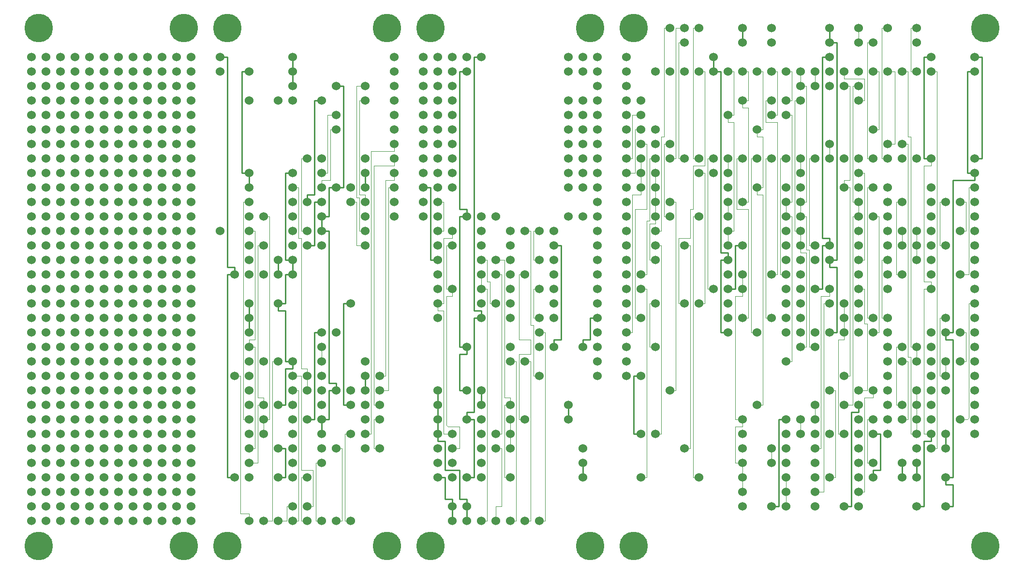
<source format=gbl>
G04 #@! TF.FileFunction,Copper,L2,Bot,Signal*
%FSLAX46Y46*%
G04 Gerber Fmt 4.6, Leading zero omitted, Abs format (unit mm)*
G04 Created by KiCad (PCBNEW 4.0.7) date 01/06/20 01:41:04*
%MOMM*%
%LPD*%
G01*
G04 APERTURE LIST*
%ADD10C,0.100000*%
%ADD11C,1.524000*%
%ADD12C,5.000000*%
%ADD13C,0.250000*%
G04 APERTURE END LIST*
D10*
D11*
X89535000Y-135890000D03*
X86995000Y-135890000D03*
X84455000Y-135890000D03*
X81915000Y-135890000D03*
X79375000Y-135890000D03*
X76835000Y-135890000D03*
X74295000Y-135890000D03*
X71755000Y-135890000D03*
X69215000Y-135890000D03*
X66675000Y-135890000D03*
X64135000Y-135890000D03*
X61595000Y-135890000D03*
X89535000Y-133350000D03*
X86995000Y-133350000D03*
X84455000Y-133350000D03*
X81915000Y-133350000D03*
X79375000Y-133350000D03*
X76835000Y-133350000D03*
X74295000Y-133350000D03*
X71755000Y-133350000D03*
X69215000Y-133350000D03*
X66675000Y-133350000D03*
X64135000Y-133350000D03*
X61595000Y-133350000D03*
X89535000Y-130810000D03*
X86995000Y-130810000D03*
X84455000Y-130810000D03*
X81915000Y-130810000D03*
X79375000Y-130810000D03*
X76835000Y-130810000D03*
X74295000Y-130810000D03*
X71755000Y-130810000D03*
X69215000Y-130810000D03*
X66675000Y-130810000D03*
X64135000Y-130810000D03*
X61595000Y-130810000D03*
X89535000Y-128270000D03*
X86995000Y-128270000D03*
X84455000Y-128270000D03*
X81915000Y-128270000D03*
X79375000Y-128270000D03*
X76835000Y-128270000D03*
X74295000Y-128270000D03*
X71755000Y-128270000D03*
X69215000Y-128270000D03*
X66675000Y-128270000D03*
X64135000Y-128270000D03*
X61595000Y-128270000D03*
X89535000Y-125730000D03*
X86995000Y-125730000D03*
X84455000Y-125730000D03*
X81915000Y-125730000D03*
X79375000Y-125730000D03*
X76835000Y-125730000D03*
X74295000Y-125730000D03*
X71755000Y-125730000D03*
X69215000Y-125730000D03*
X66675000Y-125730000D03*
X64135000Y-125730000D03*
X61595000Y-125730000D03*
X89535000Y-123190000D03*
X86995000Y-123190000D03*
X84455000Y-123190000D03*
X81915000Y-123190000D03*
X79375000Y-123190000D03*
X76835000Y-123190000D03*
X74295000Y-123190000D03*
X71755000Y-123190000D03*
X69215000Y-123190000D03*
X66675000Y-123190000D03*
X64135000Y-123190000D03*
X61595000Y-123190000D03*
X89535000Y-120650000D03*
X86995000Y-120650000D03*
X84455000Y-120650000D03*
X81915000Y-120650000D03*
X79375000Y-120650000D03*
X76835000Y-120650000D03*
X74295000Y-120650000D03*
X71755000Y-120650000D03*
X69215000Y-120650000D03*
X66675000Y-120650000D03*
X64135000Y-120650000D03*
X61595000Y-120650000D03*
X89535000Y-118110000D03*
X86995000Y-118110000D03*
X84455000Y-118110000D03*
X81915000Y-118110000D03*
X79375000Y-118110000D03*
X76835000Y-118110000D03*
X74295000Y-118110000D03*
X71755000Y-118110000D03*
X69215000Y-118110000D03*
X66675000Y-118110000D03*
X64135000Y-118110000D03*
X61595000Y-118110000D03*
X89535000Y-115570000D03*
X86995000Y-115570000D03*
X84455000Y-115570000D03*
X81915000Y-115570000D03*
X79375000Y-115570000D03*
X76835000Y-115570000D03*
X74295000Y-115570000D03*
X71755000Y-115570000D03*
X69215000Y-115570000D03*
X66675000Y-115570000D03*
X64135000Y-115570000D03*
X61595000Y-115570000D03*
X89535000Y-113030000D03*
X86995000Y-113030000D03*
X84455000Y-113030000D03*
X81915000Y-113030000D03*
X79375000Y-113030000D03*
X76835000Y-113030000D03*
X74295000Y-113030000D03*
X71755000Y-113030000D03*
X69215000Y-113030000D03*
X66675000Y-113030000D03*
X64135000Y-113030000D03*
X61595000Y-113030000D03*
X89535000Y-110490000D03*
X86995000Y-110490000D03*
X84455000Y-110490000D03*
X81915000Y-110490000D03*
X79375000Y-110490000D03*
X76835000Y-110490000D03*
X74295000Y-110490000D03*
X71755000Y-110490000D03*
X69215000Y-110490000D03*
X66675000Y-110490000D03*
X64135000Y-110490000D03*
X61595000Y-110490000D03*
X89535000Y-107950000D03*
X86995000Y-107950000D03*
X84455000Y-107950000D03*
X81915000Y-107950000D03*
X79375000Y-107950000D03*
X76835000Y-107950000D03*
X74295000Y-107950000D03*
X71755000Y-107950000D03*
X69215000Y-107950000D03*
X66675000Y-107950000D03*
X64135000Y-107950000D03*
X61595000Y-107950000D03*
X89535000Y-105410000D03*
X86995000Y-105410000D03*
X84455000Y-105410000D03*
X81915000Y-105410000D03*
X79375000Y-105410000D03*
X76835000Y-105410000D03*
X74295000Y-105410000D03*
X71755000Y-105410000D03*
X69215000Y-105410000D03*
X66675000Y-105410000D03*
X64135000Y-105410000D03*
X61595000Y-105410000D03*
X89535000Y-102870000D03*
X86995000Y-102870000D03*
X84455000Y-102870000D03*
X81915000Y-102870000D03*
X79375000Y-102870000D03*
X76835000Y-102870000D03*
X74295000Y-102870000D03*
X71755000Y-102870000D03*
X69215000Y-102870000D03*
X66675000Y-102870000D03*
X64135000Y-102870000D03*
X61595000Y-102870000D03*
X89535000Y-100330000D03*
X86995000Y-100330000D03*
X84455000Y-100330000D03*
X81915000Y-100330000D03*
X79375000Y-100330000D03*
X76835000Y-100330000D03*
X74295000Y-100330000D03*
X71755000Y-100330000D03*
X69215000Y-100330000D03*
X66675000Y-100330000D03*
X64135000Y-100330000D03*
X61595000Y-100330000D03*
X89535000Y-97790000D03*
X86995000Y-97790000D03*
X84455000Y-97790000D03*
X81915000Y-97790000D03*
X79375000Y-97790000D03*
X76835000Y-97790000D03*
X74295000Y-97790000D03*
X71755000Y-97790000D03*
X69215000Y-97790000D03*
X66675000Y-97790000D03*
X64135000Y-97790000D03*
X61595000Y-97790000D03*
X89535000Y-95250000D03*
X86995000Y-95250000D03*
X84455000Y-95250000D03*
X81915000Y-95250000D03*
X79375000Y-95250000D03*
X76835000Y-95250000D03*
X74295000Y-95250000D03*
X71755000Y-95250000D03*
X69215000Y-95250000D03*
X66675000Y-95250000D03*
X64135000Y-95250000D03*
X61595000Y-95250000D03*
X89535000Y-92710000D03*
X86995000Y-92710000D03*
X84455000Y-92710000D03*
X81915000Y-92710000D03*
X79375000Y-92710000D03*
X76835000Y-92710000D03*
X74295000Y-92710000D03*
X71755000Y-92710000D03*
X69215000Y-92710000D03*
X66675000Y-92710000D03*
X64135000Y-92710000D03*
X61595000Y-92710000D03*
X89535000Y-90170000D03*
X86995000Y-90170000D03*
X84455000Y-90170000D03*
X81915000Y-90170000D03*
X79375000Y-90170000D03*
X76835000Y-90170000D03*
X74295000Y-90170000D03*
X71755000Y-90170000D03*
X69215000Y-90170000D03*
X66675000Y-90170000D03*
X64135000Y-90170000D03*
X61595000Y-90170000D03*
X89535000Y-87630000D03*
X86995000Y-87630000D03*
X84455000Y-87630000D03*
X81915000Y-87630000D03*
X79375000Y-87630000D03*
X76835000Y-87630000D03*
X74295000Y-87630000D03*
X71755000Y-87630000D03*
X69215000Y-87630000D03*
X66675000Y-87630000D03*
X64135000Y-87630000D03*
X61595000Y-87630000D03*
X89535000Y-85090000D03*
X86995000Y-85090000D03*
X84455000Y-85090000D03*
X81915000Y-85090000D03*
X79375000Y-85090000D03*
X76835000Y-85090000D03*
X74295000Y-85090000D03*
X71755000Y-85090000D03*
X69215000Y-85090000D03*
X66675000Y-85090000D03*
X64135000Y-85090000D03*
X61595000Y-85090000D03*
X89535000Y-82550000D03*
X86995000Y-82550000D03*
X84455000Y-82550000D03*
X81915000Y-82550000D03*
X79375000Y-82550000D03*
X76835000Y-82550000D03*
X74295000Y-82550000D03*
X71755000Y-82550000D03*
X69215000Y-82550000D03*
X66675000Y-82550000D03*
X64135000Y-82550000D03*
X61595000Y-82550000D03*
X89535000Y-80010000D03*
X86995000Y-80010000D03*
X84455000Y-80010000D03*
X81915000Y-80010000D03*
X79375000Y-80010000D03*
X76835000Y-80010000D03*
X74295000Y-80010000D03*
X71755000Y-80010000D03*
X69215000Y-80010000D03*
X66675000Y-80010000D03*
X64135000Y-80010000D03*
X61595000Y-80010000D03*
X89535000Y-77470000D03*
X86995000Y-77470000D03*
X84455000Y-77470000D03*
X81915000Y-77470000D03*
X79375000Y-77470000D03*
X76835000Y-77470000D03*
X74295000Y-77470000D03*
X71755000Y-77470000D03*
X69215000Y-77470000D03*
X66675000Y-77470000D03*
X64135000Y-77470000D03*
X61595000Y-77470000D03*
X89535000Y-74930000D03*
X86995000Y-74930000D03*
X84455000Y-74930000D03*
X81915000Y-74930000D03*
X79375000Y-74930000D03*
X76835000Y-74930000D03*
X74295000Y-74930000D03*
X71755000Y-74930000D03*
X69215000Y-74930000D03*
X66675000Y-74930000D03*
X64135000Y-74930000D03*
X61595000Y-74930000D03*
X89535000Y-72390000D03*
X86995000Y-72390000D03*
X84455000Y-72390000D03*
X81915000Y-72390000D03*
X79375000Y-72390000D03*
X76835000Y-72390000D03*
X74295000Y-72390000D03*
X71755000Y-72390000D03*
X69215000Y-72390000D03*
X66675000Y-72390000D03*
X64135000Y-72390000D03*
X61595000Y-72390000D03*
X89535000Y-69850000D03*
X86995000Y-69850000D03*
X84455000Y-69850000D03*
X81915000Y-69850000D03*
X79375000Y-69850000D03*
X76835000Y-69850000D03*
X74295000Y-69850000D03*
X71755000Y-69850000D03*
X69215000Y-69850000D03*
X66675000Y-69850000D03*
X64135000Y-69850000D03*
X61595000Y-69850000D03*
X89535000Y-67310000D03*
X86995000Y-67310000D03*
X84455000Y-67310000D03*
X81915000Y-67310000D03*
X79375000Y-67310000D03*
X76835000Y-67310000D03*
X74295000Y-67310000D03*
X71755000Y-67310000D03*
X69215000Y-67310000D03*
X66675000Y-67310000D03*
X64135000Y-67310000D03*
X61595000Y-67310000D03*
X89535000Y-64770000D03*
X86995000Y-64770000D03*
X84455000Y-64770000D03*
X81915000Y-64770000D03*
X79375000Y-64770000D03*
X76835000Y-64770000D03*
X74295000Y-64770000D03*
X71755000Y-64770000D03*
X69215000Y-64770000D03*
X66675000Y-64770000D03*
X64135000Y-64770000D03*
X61595000Y-64770000D03*
X89535000Y-62230000D03*
X86995000Y-62230000D03*
X84455000Y-62230000D03*
X81915000Y-62230000D03*
X79375000Y-62230000D03*
X76835000Y-62230000D03*
X74295000Y-62230000D03*
X71755000Y-62230000D03*
X69215000Y-62230000D03*
X66675000Y-62230000D03*
X64135000Y-62230000D03*
X61595000Y-62230000D03*
X89535000Y-59690000D03*
X86995000Y-59690000D03*
X84455000Y-59690000D03*
X81915000Y-59690000D03*
X79375000Y-59690000D03*
X76835000Y-59690000D03*
X74295000Y-59690000D03*
X71755000Y-59690000D03*
X69215000Y-59690000D03*
X66675000Y-59690000D03*
X64135000Y-59690000D03*
X61595000Y-59690000D03*
X89535000Y-57150000D03*
X86995000Y-57150000D03*
X84455000Y-57150000D03*
X81915000Y-57150000D03*
X79375000Y-57150000D03*
X76835000Y-57150000D03*
X74295000Y-57150000D03*
X71755000Y-57150000D03*
X69215000Y-57150000D03*
X66675000Y-57150000D03*
X64135000Y-57150000D03*
X61595000Y-57150000D03*
X89535000Y-54610000D03*
X86995000Y-54610000D03*
X84455000Y-54610000D03*
X81915000Y-54610000D03*
X79375000Y-54610000D03*
X76835000Y-54610000D03*
X74295000Y-54610000D03*
X71755000Y-54610000D03*
X69215000Y-54610000D03*
X66675000Y-54610000D03*
X64135000Y-54610000D03*
X94615000Y-57150000D03*
X94615000Y-54610000D03*
X99695000Y-57150000D03*
X99695000Y-62230000D03*
X104775000Y-62230000D03*
X107315000Y-62230000D03*
X107315000Y-59690000D03*
X107315000Y-57150000D03*
X107315000Y-54610000D03*
X112395000Y-62230000D03*
X114935000Y-59690000D03*
X120015000Y-59690000D03*
X120015000Y-62230000D03*
X125095000Y-54610000D03*
X125095000Y-57150000D03*
X125095000Y-59690000D03*
X125095000Y-62230000D03*
X125095000Y-64770000D03*
X125095000Y-67310000D03*
X125095000Y-69850000D03*
X125095000Y-72390000D03*
X125095000Y-74930000D03*
X125095000Y-77470000D03*
X125095000Y-80010000D03*
X125095000Y-82550000D03*
X120015000Y-85090000D03*
X120015000Y-87630000D03*
X120015000Y-82550000D03*
X120015000Y-80010000D03*
X120015000Y-77470000D03*
X120015000Y-74930000D03*
X117475000Y-80010000D03*
X117475000Y-77470000D03*
X114935000Y-77470000D03*
X112395000Y-77470000D03*
X112395000Y-74930000D03*
X112395000Y-72390000D03*
X109855000Y-72390000D03*
X112395000Y-80010000D03*
X112395000Y-82550000D03*
X112395000Y-85090000D03*
X112395000Y-87630000D03*
X109855000Y-87630000D03*
X109855000Y-85090000D03*
X109855000Y-80010000D03*
X107315000Y-80010000D03*
X107315000Y-77470000D03*
X107315000Y-74930000D03*
X107315000Y-82550000D03*
X107315000Y-85090000D03*
X107315000Y-87630000D03*
X107315000Y-90170000D03*
X107315000Y-92710000D03*
X104775000Y-92710000D03*
X104775000Y-90170000D03*
X102235000Y-92710000D03*
X102235000Y-87630000D03*
X102235000Y-82550000D03*
X99695000Y-92710000D03*
X99695000Y-90170000D03*
X99695000Y-87630000D03*
X99695000Y-85090000D03*
X99695000Y-82550000D03*
X99695000Y-80010000D03*
X99695000Y-77470000D03*
X99695000Y-74930000D03*
X97155000Y-92710000D03*
X94615000Y-85090000D03*
X104775000Y-97790000D03*
X99695000Y-97790000D03*
X99695000Y-100330000D03*
X99695000Y-105410000D03*
X99695000Y-102870000D03*
X99695000Y-107950000D03*
X102235000Y-107950000D03*
X104775000Y-107950000D03*
X107315000Y-107950000D03*
X107315000Y-110490000D03*
X109855000Y-110490000D03*
X112395000Y-110490000D03*
X112395000Y-107950000D03*
X112395000Y-105410000D03*
X112395000Y-102870000D03*
X114935000Y-102870000D03*
X117475000Y-97790000D03*
X99695000Y-110490000D03*
X97155000Y-110490000D03*
X99695000Y-113030000D03*
X99695000Y-115570000D03*
X102235000Y-115570000D03*
X104775000Y-115570000D03*
X107315000Y-115570000D03*
X99695000Y-118110000D03*
X102235000Y-118110000D03*
X102235000Y-120650000D03*
X99695000Y-120650000D03*
X99695000Y-123190000D03*
X99695000Y-125730000D03*
X99695000Y-128270000D03*
X97155000Y-128270000D03*
X104775000Y-128270000D03*
X104775000Y-123190000D03*
X107315000Y-128270000D03*
X107315000Y-125730000D03*
X107315000Y-123190000D03*
X107315000Y-120650000D03*
X107315000Y-118110000D03*
X107315000Y-113030000D03*
X99695000Y-135890000D03*
X102235000Y-135890000D03*
X104775000Y-135890000D03*
X107315000Y-135890000D03*
X109855000Y-135890000D03*
X112395000Y-135890000D03*
X114935000Y-135890000D03*
X117475000Y-135890000D03*
X107315000Y-133350000D03*
X109855000Y-133350000D03*
X109855000Y-128270000D03*
X112395000Y-125730000D03*
X112395000Y-123190000D03*
X114935000Y-123190000D03*
X112395000Y-120650000D03*
X112395000Y-118110000D03*
X112395000Y-115570000D03*
X112395000Y-113030000D03*
X109855000Y-118110000D03*
X109855000Y-113030000D03*
X114935000Y-113030000D03*
X117475000Y-113030000D03*
X117475000Y-115570000D03*
X117475000Y-120650000D03*
X120015000Y-123190000D03*
X122555000Y-123190000D03*
X120015000Y-120650000D03*
X120015000Y-118110000D03*
X120015000Y-115570000D03*
X120015000Y-113030000D03*
X120015000Y-110490000D03*
X120015000Y-107950000D03*
X122555000Y-110490000D03*
X122555000Y-113030000D03*
X122555000Y-115570000D03*
X122555000Y-118110000D03*
X114935000Y-64770000D03*
X114935000Y-67310000D03*
X130175000Y-54610000D03*
X130175000Y-57150000D03*
X130175000Y-59690000D03*
X130175000Y-62230000D03*
X130175000Y-64770000D03*
X130175000Y-67310000D03*
X130175000Y-69850000D03*
X130175000Y-72390000D03*
X130175000Y-74930000D03*
X130175000Y-77470000D03*
X130175000Y-80010000D03*
X130175000Y-82550000D03*
X132715000Y-100330000D03*
X132715000Y-97790000D03*
X132715000Y-95250000D03*
X135255000Y-95250000D03*
X132715000Y-92710000D03*
X132715000Y-87630000D03*
X132715000Y-90170000D03*
X135255000Y-87630000D03*
X135255000Y-85090000D03*
X132715000Y-85090000D03*
X132715000Y-82550000D03*
X132715000Y-80010000D03*
X132715000Y-77470000D03*
X135255000Y-77470000D03*
X135255000Y-74930000D03*
X132715000Y-74930000D03*
X132715000Y-72390000D03*
X132715000Y-69850000D03*
X132715000Y-67310000D03*
X132715000Y-64770000D03*
X135255000Y-64770000D03*
X135255000Y-67310000D03*
X135255000Y-69850000D03*
X135255000Y-72390000D03*
X135255000Y-62230000D03*
X132715000Y-62230000D03*
X132715000Y-59690000D03*
X135255000Y-59690000D03*
X135255000Y-57150000D03*
X135255000Y-54610000D03*
X132715000Y-54610000D03*
X132715000Y-57150000D03*
X137795000Y-54610000D03*
X137795000Y-57150000D03*
X140335000Y-54610000D03*
X137795000Y-82550000D03*
X140335000Y-82550000D03*
X142875000Y-82550000D03*
X140335000Y-85090000D03*
X140335000Y-87630000D03*
X140335000Y-90170000D03*
X140335000Y-92710000D03*
X140335000Y-95250000D03*
X140335000Y-97790000D03*
X140335000Y-100330000D03*
X137795000Y-105410000D03*
X137795000Y-113030000D03*
X140335000Y-113030000D03*
X140335000Y-115570000D03*
X145415000Y-115570000D03*
X145415000Y-118110000D03*
X147955000Y-118110000D03*
X145415000Y-120650000D03*
X145415000Y-123190000D03*
X142875000Y-123190000D03*
X140335000Y-123190000D03*
X140335000Y-120650000D03*
X142875000Y-120650000D03*
X140335000Y-118110000D03*
X140335000Y-125730000D03*
X140335000Y-128270000D03*
X145415000Y-128270000D03*
X137795000Y-128270000D03*
X135255000Y-128270000D03*
X132715000Y-128270000D03*
X132715000Y-125730000D03*
X135255000Y-125730000D03*
X135255000Y-123190000D03*
X135255000Y-120650000D03*
X132715000Y-120650000D03*
X132715000Y-123190000D03*
X132715000Y-118110000D03*
X132715000Y-115570000D03*
X132715000Y-113030000D03*
X135255000Y-133350000D03*
X135255000Y-135890000D03*
X137795000Y-133350000D03*
X137795000Y-135890000D03*
X140335000Y-135890000D03*
X142875000Y-135890000D03*
X145415000Y-135890000D03*
X147955000Y-135890000D03*
X150495000Y-135890000D03*
X142875000Y-97790000D03*
X145415000Y-97790000D03*
X145415000Y-100330000D03*
X145415000Y-95250000D03*
X145415000Y-92710000D03*
X142875000Y-92710000D03*
X142875000Y-90170000D03*
X145415000Y-90170000D03*
X147955000Y-92710000D03*
X145415000Y-87630000D03*
X145415000Y-85090000D03*
X147955000Y-85090000D03*
X150495000Y-85090000D03*
X153035000Y-85090000D03*
X153035000Y-87630000D03*
X153035000Y-90170000D03*
X153035000Y-92710000D03*
X153035000Y-95250000D03*
X153035000Y-97790000D03*
X153035000Y-100330000D03*
X150495000Y-100330000D03*
X150495000Y-102870000D03*
X150495000Y-105410000D03*
X153035000Y-105410000D03*
X145415000Y-105410000D03*
X145415000Y-107950000D03*
X147955000Y-107950000D03*
X150495000Y-110490000D03*
X155575000Y-82550000D03*
X158115000Y-82550000D03*
X160655000Y-82550000D03*
X155575000Y-115570000D03*
X155575000Y-118110000D03*
X158115000Y-123190000D03*
X158115000Y-125730000D03*
X158115000Y-128270000D03*
X158115000Y-105410000D03*
X160655000Y-105410000D03*
X160655000Y-107950000D03*
X160655000Y-110490000D03*
X160655000Y-102870000D03*
X160655000Y-100330000D03*
X160655000Y-97790000D03*
X160655000Y-95250000D03*
X160655000Y-92710000D03*
X160655000Y-90170000D03*
X160655000Y-87630000D03*
X160655000Y-85090000D03*
X160655000Y-80010000D03*
X160655000Y-77470000D03*
X158115000Y-77470000D03*
X155575000Y-77470000D03*
X155575000Y-74930000D03*
X155575000Y-72390000D03*
X155575000Y-69850000D03*
X158115000Y-69850000D03*
X160655000Y-69850000D03*
X160655000Y-72390000D03*
X160655000Y-74930000D03*
X158115000Y-74930000D03*
X158115000Y-72390000D03*
X155575000Y-67310000D03*
X158115000Y-67310000D03*
X160655000Y-67310000D03*
X160655000Y-54610000D03*
X158115000Y-54610000D03*
X155575000Y-54610000D03*
X155575000Y-57150000D03*
X158115000Y-57150000D03*
X160655000Y-57150000D03*
X160655000Y-59690000D03*
X160655000Y-62230000D03*
X158115000Y-62230000D03*
X155575000Y-62230000D03*
X155575000Y-64770000D03*
X158115000Y-64770000D03*
X160655000Y-64770000D03*
X165735000Y-54610000D03*
X165735000Y-57150000D03*
X165735000Y-59690000D03*
X165735000Y-62230000D03*
X165735000Y-64770000D03*
X165735000Y-67310000D03*
X165735000Y-69850000D03*
X165735000Y-72390000D03*
X165735000Y-74930000D03*
X165735000Y-77470000D03*
X165735000Y-80010000D03*
X165735000Y-82550000D03*
X165735000Y-85090000D03*
X165735000Y-87630000D03*
X165735000Y-92710000D03*
X165735000Y-90170000D03*
X165735000Y-95250000D03*
X165735000Y-97790000D03*
X165735000Y-100330000D03*
X165735000Y-102870000D03*
X165735000Y-105410000D03*
X165735000Y-107950000D03*
X165735000Y-110490000D03*
X168275000Y-110490000D03*
X168275000Y-120650000D03*
X168275000Y-128270000D03*
X170815000Y-120650000D03*
X173355000Y-113030000D03*
X170815000Y-105410000D03*
X168275000Y-100330000D03*
X170815000Y-97790000D03*
X168275000Y-95250000D03*
X168275000Y-92710000D03*
X170815000Y-90170000D03*
X170815000Y-87630000D03*
X170815000Y-85090000D03*
X170815000Y-82550000D03*
X173355000Y-82550000D03*
X173355000Y-80010000D03*
X170815000Y-80010000D03*
X170815000Y-77470000D03*
X168275000Y-77470000D03*
X168275000Y-74930000D03*
X170815000Y-74930000D03*
X170815000Y-72390000D03*
X168275000Y-72390000D03*
X168275000Y-69850000D03*
X168275000Y-67310000D03*
X168275000Y-64770000D03*
X168275000Y-62230000D03*
X170815000Y-67310000D03*
X170815000Y-69850000D03*
X173355000Y-69850000D03*
X173355000Y-72390000D03*
X175895000Y-72390000D03*
X178435000Y-72390000D03*
X180975000Y-72390000D03*
X183515000Y-72390000D03*
X186055000Y-72390000D03*
X188595000Y-72390000D03*
X191135000Y-72390000D03*
X193675000Y-72390000D03*
X196215000Y-72390000D03*
X198755000Y-72390000D03*
X201295000Y-72390000D03*
X203835000Y-72390000D03*
X206375000Y-72390000D03*
X208915000Y-72390000D03*
X211455000Y-72390000D03*
X213995000Y-72390000D03*
X216535000Y-72390000D03*
X219075000Y-72390000D03*
X213995000Y-69850000D03*
X211455000Y-69850000D03*
X208915000Y-67310000D03*
X201295000Y-69850000D03*
X226695000Y-72390000D03*
X170815000Y-57150000D03*
X173355000Y-57150000D03*
X175895000Y-57150000D03*
X178435000Y-57150000D03*
X180975000Y-57150000D03*
X183515000Y-57150000D03*
X186055000Y-57150000D03*
X188595000Y-57150000D03*
X191135000Y-57150000D03*
X193675000Y-57150000D03*
X196215000Y-57150000D03*
X198755000Y-57150000D03*
X201295000Y-57150000D03*
X203835000Y-57150000D03*
X206375000Y-57150000D03*
X208915000Y-57150000D03*
X211455000Y-57150000D03*
X213995000Y-57150000D03*
X216535000Y-57150000D03*
X219075000Y-57150000D03*
X219075000Y-54610000D03*
X216535000Y-52070000D03*
X216535000Y-49530000D03*
X211455000Y-49530000D03*
X208915000Y-52070000D03*
X206375000Y-52070000D03*
X206375000Y-49530000D03*
X201295000Y-52070000D03*
X201295000Y-49530000D03*
X201295000Y-54610000D03*
X191135000Y-49530000D03*
X191135000Y-52070000D03*
X186055000Y-49530000D03*
X186055000Y-52070000D03*
X180975000Y-54610000D03*
X178435000Y-49530000D03*
X175895000Y-49530000D03*
X175895000Y-52070000D03*
X173355000Y-49530000D03*
X226695000Y-57150000D03*
X226695000Y-54610000D03*
X201295000Y-59690000D03*
X203835000Y-59690000D03*
X206375000Y-59690000D03*
X206375000Y-62230000D03*
X198755000Y-59690000D03*
X196215000Y-59690000D03*
X196215000Y-62230000D03*
X193675000Y-62230000D03*
X191135000Y-62230000D03*
X191135000Y-64770000D03*
X193675000Y-64770000D03*
X188595000Y-67310000D03*
X186055000Y-62230000D03*
X183515000Y-64770000D03*
X178435000Y-74930000D03*
X180975000Y-74930000D03*
X183515000Y-74930000D03*
X183515000Y-77470000D03*
X183515000Y-80010000D03*
X186055000Y-80010000D03*
X188595000Y-77470000D03*
X183515000Y-82550000D03*
X178435000Y-82550000D03*
X183515000Y-85090000D03*
X183515000Y-87630000D03*
X186055000Y-87630000D03*
X175895000Y-87630000D03*
X183515000Y-90170000D03*
X183515000Y-92710000D03*
X186055000Y-92710000D03*
X186055000Y-95250000D03*
X183515000Y-95250000D03*
X180975000Y-95250000D03*
X178435000Y-97790000D03*
X175895000Y-97790000D03*
X183515000Y-97790000D03*
X183515000Y-100330000D03*
X183515000Y-102870000D03*
X186055000Y-100330000D03*
X188595000Y-102870000D03*
X191135000Y-100330000D03*
X191135000Y-92710000D03*
X193675000Y-102870000D03*
X193675000Y-100330000D03*
X193675000Y-97790000D03*
X193675000Y-95250000D03*
X193675000Y-92710000D03*
X193675000Y-90170000D03*
X193675000Y-87630000D03*
X193675000Y-85090000D03*
X193675000Y-82550000D03*
X193675000Y-80010000D03*
X193675000Y-77470000D03*
X196215000Y-74930000D03*
X196215000Y-77470000D03*
X196215000Y-80010000D03*
X196215000Y-82550000D03*
X196215000Y-85090000D03*
X196215000Y-87630000D03*
X196215000Y-90170000D03*
X196215000Y-92710000D03*
X196215000Y-95250000D03*
X196215000Y-97790000D03*
X196215000Y-100330000D03*
X196215000Y-102870000D03*
X196215000Y-105410000D03*
X193675000Y-107950000D03*
X198755000Y-105410000D03*
X198755000Y-102870000D03*
X198755000Y-95250000D03*
X198755000Y-90170000D03*
X198755000Y-87630000D03*
X201295000Y-87630000D03*
X201295000Y-90170000D03*
X201295000Y-95250000D03*
X201295000Y-97790000D03*
X203835000Y-97790000D03*
X206375000Y-97790000D03*
X203835000Y-100330000D03*
X206375000Y-100330000D03*
X208915000Y-100330000D03*
X211455000Y-100330000D03*
X211455000Y-102870000D03*
X208915000Y-102870000D03*
X206375000Y-102870000D03*
X203835000Y-102870000D03*
X201295000Y-102870000D03*
X206375000Y-95250000D03*
X206375000Y-92710000D03*
X206375000Y-90170000D03*
X206375000Y-87630000D03*
X206375000Y-85090000D03*
X206375000Y-82550000D03*
X206375000Y-80010000D03*
X206375000Y-77470000D03*
X206375000Y-74930000D03*
X203835000Y-77470000D03*
X208915000Y-77470000D03*
X211455000Y-77470000D03*
X211455000Y-80010000D03*
X213995000Y-80010000D03*
X211455000Y-82550000D03*
X208915000Y-82550000D03*
X211455000Y-85090000D03*
X213995000Y-85090000D03*
X216535000Y-85090000D03*
X219075000Y-85090000D03*
X221615000Y-87630000D03*
X219075000Y-87630000D03*
X216535000Y-87630000D03*
X213995000Y-87630000D03*
X211455000Y-87630000D03*
X211455000Y-90170000D03*
X211455000Y-92710000D03*
X211455000Y-95250000D03*
X213995000Y-92710000D03*
X216535000Y-90170000D03*
X219075000Y-90170000D03*
X219075000Y-92710000D03*
X219075000Y-95250000D03*
X224155000Y-85090000D03*
X226695000Y-85090000D03*
X226695000Y-82550000D03*
X226695000Y-80010000D03*
X226695000Y-77470000D03*
X226695000Y-74930000D03*
X224155000Y-80010000D03*
X221615000Y-80010000D03*
X219075000Y-80010000D03*
X219075000Y-77470000D03*
X219075000Y-82550000D03*
X226695000Y-87630000D03*
X226695000Y-90170000D03*
X224155000Y-92710000D03*
X226695000Y-92710000D03*
X226695000Y-95250000D03*
X226695000Y-97790000D03*
X226695000Y-100330000D03*
X221615000Y-100330000D03*
X219075000Y-102870000D03*
X221615000Y-102870000D03*
X224155000Y-102870000D03*
X226695000Y-102870000D03*
X226695000Y-105410000D03*
X226695000Y-107950000D03*
X224155000Y-107950000D03*
X221615000Y-107950000D03*
X219075000Y-107950000D03*
X219075000Y-105410000D03*
X216535000Y-105410000D03*
X213995000Y-105410000D03*
X211455000Y-105410000D03*
X211455000Y-107950000D03*
X213995000Y-107950000D03*
X216535000Y-107950000D03*
X211455000Y-110490000D03*
X219075000Y-110490000D03*
X221615000Y-110490000D03*
X226695000Y-110490000D03*
X221615000Y-113030000D03*
X219075000Y-113030000D03*
X219075000Y-115570000D03*
X219075000Y-118110000D03*
X219075000Y-120650000D03*
X219075000Y-123190000D03*
X221615000Y-123190000D03*
X221615000Y-120650000D03*
X224155000Y-118110000D03*
X226695000Y-118110000D03*
X226695000Y-120650000D03*
X226695000Y-115570000D03*
X226695000Y-113030000D03*
X216535000Y-120650000D03*
X216535000Y-123190000D03*
X216535000Y-125730000D03*
X216535000Y-128270000D03*
X213995000Y-125730000D03*
X213995000Y-128270000D03*
X216535000Y-133350000D03*
X221615000Y-133350000D03*
X221615000Y-128270000D03*
X208915000Y-125730000D03*
X208915000Y-128270000D03*
X206375000Y-125730000D03*
X206375000Y-128270000D03*
X206375000Y-130810000D03*
X206375000Y-133350000D03*
X206375000Y-123190000D03*
X206375000Y-120650000D03*
X208915000Y-120650000D03*
X211455000Y-120650000D03*
X211455000Y-118110000D03*
X211455000Y-115570000D03*
X211455000Y-113030000D03*
X203835000Y-133350000D03*
X198755000Y-133350000D03*
X198755000Y-130810000D03*
X198755000Y-128270000D03*
X201295000Y-128270000D03*
X198755000Y-125730000D03*
X198755000Y-123190000D03*
X198755000Y-120650000D03*
X198755000Y-118110000D03*
X198755000Y-115570000D03*
X201295000Y-113030000D03*
X203835000Y-110490000D03*
X203835000Y-115570000D03*
X206375000Y-115570000D03*
X206375000Y-113030000D03*
X208915000Y-113030000D03*
X206375000Y-118110000D03*
X203835000Y-120650000D03*
X201295000Y-120650000D03*
X196215000Y-118110000D03*
X193675000Y-118110000D03*
X193675000Y-120650000D03*
X193675000Y-123190000D03*
X193675000Y-125730000D03*
X193675000Y-128270000D03*
X193675000Y-130810000D03*
X193675000Y-133350000D03*
X191135000Y-133350000D03*
X196215000Y-120650000D03*
X191135000Y-123190000D03*
X191135000Y-125730000D03*
X188595000Y-115570000D03*
X186055000Y-118110000D03*
X186055000Y-120650000D03*
X186055000Y-123190000D03*
X186055000Y-125730000D03*
X186055000Y-128270000D03*
X186055000Y-130810000D03*
X186055000Y-133350000D03*
X178435000Y-128270000D03*
X175895000Y-123190000D03*
X208915000Y-118110000D03*
X213995000Y-118110000D03*
X216535000Y-118110000D03*
X216535000Y-115570000D03*
X213995000Y-115570000D03*
X216535000Y-113030000D03*
X61595000Y-54610000D03*
X137795000Y-118110000D03*
X120015000Y-72390000D03*
X150495000Y-95250000D03*
X150495000Y-90170000D03*
D12*
X95885000Y-49530000D03*
X88265000Y-49530000D03*
X95885000Y-140335000D03*
X88265000Y-140335000D03*
X62865000Y-49530000D03*
X62865000Y-140335000D03*
X123825000Y-49530000D03*
X131445000Y-49530000D03*
X123825000Y-140335000D03*
X131445000Y-140335000D03*
X159385000Y-140335000D03*
X167005000Y-140335000D03*
X159385000Y-49530000D03*
X167005000Y-49530000D03*
X228600000Y-49530000D03*
X228600000Y-140335000D03*
D10*
X112395000Y-105410000D02*
X112395000Y-107950000D01*
X141351000Y-129540000D02*
X141351000Y-101854000D01*
X141351000Y-95250000D02*
X140335000Y-95250000D01*
X141351000Y-95250000D02*
X141351000Y-101854000D01*
X140335000Y-135890000D02*
X141351000Y-135890000D01*
X141351000Y-135890000D02*
X141351000Y-129540000D01*
X142875000Y-97790000D02*
X141859000Y-97790000D01*
X141859000Y-97790000D02*
X141859000Y-93980000D01*
X141859000Y-93980000D02*
X141351000Y-93980000D01*
X141351000Y-93980000D02*
X141351000Y-90170000D01*
X141351000Y-90170000D02*
X140335000Y-90170000D01*
X140335000Y-92710000D02*
X140335000Y-95250000D01*
X143891000Y-112268000D02*
X143891000Y-101854000D01*
X143891000Y-120650000D02*
X143891000Y-112268000D01*
X142875000Y-120650000D02*
X143891000Y-120650000D01*
X143891000Y-92710000D02*
X143891000Y-101854000D01*
X143891000Y-92710000D02*
X142875000Y-92710000D01*
X144399000Y-102870000D02*
X144399000Y-112522000D01*
X145415000Y-114300000D02*
X144399000Y-114300000D01*
X144399000Y-114300000D02*
X144399000Y-112522000D01*
X145415000Y-115570000D02*
X145415000Y-114300000D01*
X144399000Y-90170000D02*
X144399000Y-102870000D01*
X144399000Y-90170000D02*
X142875000Y-90170000D01*
X146939000Y-101346000D02*
X146939000Y-92710000D01*
X146939000Y-106680000D02*
X148971000Y-106680000D01*
X148971000Y-106680000D02*
X148971000Y-104140000D01*
X148971000Y-104140000D02*
X146939000Y-104140000D01*
X146939000Y-104140000D02*
X146939000Y-101346000D01*
X147955000Y-118110000D02*
X146939000Y-118110000D01*
X146939000Y-118110000D02*
X146939000Y-113792000D01*
X146939000Y-113792000D02*
X146939000Y-106680000D01*
X146939000Y-92710000D02*
X147955000Y-92710000D01*
X150495000Y-85090000D02*
X149479000Y-85090000D01*
X149479000Y-90170000D02*
X150495000Y-90170000D01*
X149479000Y-85090000D02*
X149479000Y-90170000D01*
X148971000Y-100076000D02*
X148971000Y-85090000D01*
X148971000Y-85090000D02*
X147955000Y-85090000D01*
X149479000Y-107188000D02*
X149479000Y-101600000D01*
X149479000Y-110490000D02*
X149479000Y-107188000D01*
X150495000Y-110490000D02*
X149479000Y-110490000D01*
X148971000Y-101600000D02*
X148971000Y-100076000D01*
X149479000Y-101600000D02*
X148971000Y-101600000D01*
X150495000Y-100330000D02*
X149479000Y-100330000D01*
X149479000Y-95250000D02*
X150495000Y-95250000D01*
X149479000Y-100330000D02*
X149479000Y-95250000D01*
X151511000Y-115570000D02*
X151511000Y-102870000D01*
X151511000Y-135890000D02*
X151511000Y-128778000D01*
X151511000Y-128778000D02*
X151511000Y-115570000D01*
X150495000Y-135890000D02*
X151511000Y-135890000D01*
X151511000Y-102870000D02*
X150495000Y-102870000D01*
X147955000Y-135890000D02*
X148971000Y-135890000D01*
X148971000Y-107950000D02*
X148971000Y-112522000D01*
X148971000Y-107950000D02*
X147955000Y-107950000D01*
X148971000Y-135890000D02*
X148971000Y-112522000D01*
X146431000Y-113538000D02*
X146431000Y-107950000D01*
X146431000Y-107950000D02*
X145415000Y-107950000D01*
X145415000Y-135890000D02*
X146431000Y-135890000D01*
X146431000Y-128778000D02*
X146431000Y-113538000D01*
X146431000Y-135890000D02*
X146431000Y-128778000D01*
X144399000Y-124460000D02*
X144399000Y-115570000D01*
X144399000Y-128270000D02*
X144399000Y-124460000D01*
X145415000Y-128270000D02*
X144399000Y-128270000D01*
X144399000Y-115570000D02*
X145415000Y-115570000D01*
X145415000Y-120650000D02*
X145415000Y-118110000D01*
X145415000Y-123190000D02*
X145415000Y-120650000D01*
X142875000Y-135890000D02*
X142875000Y-133350000D01*
X143891000Y-123190000D02*
X142875000Y-123190000D01*
X143891000Y-133350000D02*
X143891000Y-123190000D01*
X142875000Y-133350000D02*
X143891000Y-133350000D01*
X135255000Y-123190000D02*
X136525000Y-123190000D01*
X134239000Y-96520000D02*
X135255000Y-96520000D01*
X135255000Y-96520000D02*
X135255000Y-95250000D01*
X134239000Y-102362000D02*
X134239000Y-96520000D01*
X134239000Y-119126000D02*
X134239000Y-102362000D01*
X134493000Y-119380000D02*
X134239000Y-119126000D01*
X136525000Y-119380000D02*
X134493000Y-119380000D01*
X136525000Y-123190000D02*
X136525000Y-119380000D01*
X133731000Y-102362000D02*
X133731000Y-120650000D01*
X133731000Y-120650000D02*
X135255000Y-120650000D01*
X132715000Y-97790000D02*
X132715000Y-99060000D01*
X133731000Y-99060000D02*
X133731000Y-102362000D01*
X132715000Y-99060000D02*
X133731000Y-99060000D01*
X133731000Y-90932000D02*
X133731000Y-97790000D01*
X135255000Y-86360000D02*
X133731000Y-86360000D01*
X133731000Y-86360000D02*
X133731000Y-90932000D01*
X135255000Y-85090000D02*
X135255000Y-86360000D01*
X133731000Y-97790000D02*
X132715000Y-97790000D01*
X135255000Y-87630000D02*
X134239000Y-87630000D01*
X134239000Y-95250000D02*
X135255000Y-95250000D01*
X134239000Y-87630000D02*
X134239000Y-95250000D01*
D13*
X130175000Y-77470000D02*
X131445000Y-77470000D01*
X131445000Y-77470000D02*
X131445000Y-90170000D01*
X131445000Y-90170000D02*
X132715000Y-90170000D01*
D10*
X132715000Y-85090000D02*
X133731000Y-85090000D01*
X133731000Y-85090000D02*
X133731000Y-80010000D01*
X133731000Y-80010000D02*
X132715000Y-80010000D01*
X118491000Y-69342000D02*
X118491000Y-59690000D01*
X120015000Y-85090000D02*
X118999000Y-85090000D01*
X118491000Y-79248000D02*
X118491000Y-78486000D01*
X118999000Y-79248000D02*
X118491000Y-79248000D01*
X118999000Y-85090000D02*
X118999000Y-79248000D01*
X118491000Y-69342000D02*
X118491000Y-78486000D01*
X118491000Y-59690000D02*
X120015000Y-59690000D01*
X118999000Y-76200000D02*
X118999000Y-62230000D01*
X120015000Y-78740000D02*
X118999000Y-78740000D01*
X118999000Y-78740000D02*
X118999000Y-76200000D01*
X120015000Y-80010000D02*
X120015000Y-78740000D01*
X118999000Y-62230000D02*
X120015000Y-62230000D01*
D13*
X120015000Y-77470000D02*
X120015000Y-74930000D01*
D10*
X117475000Y-80010000D02*
X118491000Y-80010000D01*
X118491000Y-87630000D02*
X120015000Y-87630000D01*
X118491000Y-80010000D02*
X118491000Y-87630000D01*
X108839000Y-106426000D02*
X108839000Y-92202000D01*
X109855000Y-109220000D02*
X108839000Y-109220000D01*
X108839000Y-109220000D02*
X108839000Y-106426000D01*
X109855000Y-110490000D02*
X109855000Y-109220000D01*
X108331000Y-77470000D02*
X108331000Y-86360000D01*
X108331000Y-86360000D02*
X108839000Y-86360000D01*
X108839000Y-86360000D02*
X108839000Y-92202000D01*
X108331000Y-77470000D02*
X107315000Y-77470000D01*
X109855000Y-72390000D02*
X108839000Y-72390000D01*
X108839000Y-85090000D02*
X109855000Y-85090000D01*
X108839000Y-72390000D02*
X108839000Y-85090000D01*
X112395000Y-77470000D02*
X112395000Y-76200000D01*
X113919000Y-67310000D02*
X114935000Y-67310000D01*
X113919000Y-76200000D02*
X113919000Y-67310000D01*
X112395000Y-76200000D02*
X113919000Y-76200000D01*
X114935000Y-64770000D02*
X113411000Y-64770000D01*
X113411000Y-74930000D02*
X112395000Y-74930000D01*
X113411000Y-64770000D02*
X113411000Y-74930000D01*
X121031000Y-75946000D02*
X121031000Y-71120000D01*
X121031000Y-71120000D02*
X125095000Y-71120000D01*
X125095000Y-71120000D02*
X125095000Y-69850000D01*
X121031000Y-75946000D02*
X121031000Y-105918000D01*
X121031000Y-120650000D02*
X121031000Y-105918000D01*
X120015000Y-120650000D02*
X121031000Y-120650000D01*
X121539000Y-75946000D02*
X121539000Y-73660000D01*
X122555000Y-115570000D02*
X121539000Y-115570000D01*
X121539000Y-115570000D02*
X121539000Y-105918000D01*
X121539000Y-75946000D02*
X121539000Y-105918000D01*
X125095000Y-73660000D02*
X125095000Y-72390000D01*
X121539000Y-73660000D02*
X125095000Y-73660000D01*
X123571000Y-77470000D02*
X123571000Y-76200000D01*
X122555000Y-110490000D02*
X123571000Y-110490000D01*
X123571000Y-110490000D02*
X123571000Y-105918000D01*
X123571000Y-77470000D02*
X123571000Y-105918000D01*
X125095000Y-76200000D02*
X125095000Y-74930000D01*
X123571000Y-76200000D02*
X125095000Y-76200000D01*
X124079000Y-105918000D02*
X124079000Y-77470000D01*
X124079000Y-77470000D02*
X125095000Y-77470000D01*
X122555000Y-113030000D02*
X124079000Y-113030000D01*
X124079000Y-113030000D02*
X124079000Y-105918000D01*
D13*
X117475000Y-115570000D02*
X116205000Y-115570000D01*
X116205000Y-97790000D02*
X117475000Y-97790000D01*
X116205000Y-115570000D02*
X116205000Y-97790000D01*
X120015000Y-113030000D02*
X120015000Y-110490000D01*
D10*
X107315000Y-113030000D02*
X108331000Y-113030000D01*
X108331000Y-135890000D02*
X107315000Y-135890000D01*
X108331000Y-135890000D02*
X108331000Y-131318000D01*
X108331000Y-124460000D02*
X108331000Y-131318000D01*
X108331000Y-113030000D02*
X108331000Y-124460000D01*
X109855000Y-110490000D02*
X109855000Y-113030000D01*
X108839000Y-125730000D02*
X108839000Y-110490000D01*
X108839000Y-110490000D02*
X107315000Y-110490000D01*
X110871000Y-131318000D02*
X110871000Y-127000000D01*
X110871000Y-133350000D02*
X110871000Y-131318000D01*
X109855000Y-133350000D02*
X110871000Y-133350000D01*
X108839000Y-127000000D02*
X108839000Y-125730000D01*
X110871000Y-127000000D02*
X108839000Y-127000000D01*
X103251000Y-95758000D02*
X103251000Y-82550000D01*
X103251000Y-102616000D02*
X103251000Y-114046000D01*
X103251000Y-118110000D02*
X103251000Y-114046000D01*
X102235000Y-118110000D02*
X103251000Y-118110000D01*
X103251000Y-95758000D02*
X103251000Y-102616000D01*
X103251000Y-82550000D02*
X102235000Y-82550000D01*
X98679000Y-101854000D02*
X98679000Y-80010000D01*
X98679000Y-80010000D02*
X99695000Y-80010000D01*
X98679000Y-101854000D02*
X98679000Y-109220000D01*
X98679000Y-118110000D02*
X98679000Y-109220000D01*
X99695000Y-118110000D02*
X98679000Y-118110000D01*
X99695000Y-85090000D02*
X100711000Y-85090000D01*
X99695000Y-104140000D02*
X100711000Y-104140000D01*
X100711000Y-104140000D02*
X100711000Y-102108000D01*
X99695000Y-104140000D02*
X99695000Y-105410000D01*
X100711000Y-85090000D02*
X100711000Y-102108000D01*
X101219000Y-102362000D02*
X101219000Y-87630000D01*
X101219000Y-106172000D02*
X101219000Y-113538000D01*
X102235000Y-114300000D02*
X101219000Y-114300000D01*
X101219000Y-114300000D02*
X101219000Y-113538000D01*
X102235000Y-115570000D02*
X102235000Y-114300000D01*
X101219000Y-102362000D02*
X101219000Y-106172000D01*
X101219000Y-87630000D02*
X102235000Y-87630000D01*
X100711000Y-113792000D02*
X100711000Y-105410000D01*
X99695000Y-123190000D02*
X100711000Y-123190000D01*
X100711000Y-123190000D02*
X100711000Y-119380000D01*
X100711000Y-113792000D02*
X100711000Y-119380000D01*
X100711000Y-105410000D02*
X99695000Y-105410000D01*
X97155000Y-110490000D02*
X98171000Y-110490000D01*
X99695000Y-134620000D02*
X99695000Y-135890000D01*
X98171000Y-134620000D02*
X99695000Y-134620000D01*
X98171000Y-110490000D02*
X98171000Y-134620000D01*
X99695000Y-125730000D02*
X101219000Y-125730000D01*
X101219000Y-115570000D02*
X102235000Y-115570000D01*
X101219000Y-125730000D02*
X101219000Y-115570000D01*
X102235000Y-120650000D02*
X102235000Y-118110000D01*
X102235000Y-135890000D02*
X103759000Y-135890000D01*
X103759000Y-135890000D02*
X103759000Y-107950000D01*
X103759000Y-107950000D02*
X104775000Y-107950000D01*
X108839000Y-131318000D02*
X108839000Y-128270000D01*
X108839000Y-135890000D02*
X108839000Y-131318000D01*
X109855000Y-135890000D02*
X108839000Y-135890000D01*
X108839000Y-128270000D02*
X109855000Y-128270000D01*
X111379000Y-131318000D02*
X111379000Y-125730000D01*
X111379000Y-135890000D02*
X111379000Y-131318000D01*
X112395000Y-135890000D02*
X111379000Y-135890000D01*
X111379000Y-125730000D02*
X112395000Y-125730000D01*
X122555000Y-123190000D02*
X121539000Y-123190000D01*
X121539000Y-118110000D02*
X122555000Y-118110000D01*
X121539000Y-123190000D02*
X121539000Y-118110000D01*
X116459000Y-131572000D02*
X116459000Y-120650000D01*
X116459000Y-135890000D02*
X116459000Y-131572000D01*
X117475000Y-135890000D02*
X116459000Y-135890000D01*
X116459000Y-120650000D02*
X117475000Y-120650000D01*
X115951000Y-131572000D02*
X115951000Y-123190000D01*
X115951000Y-135890000D02*
X115951000Y-131572000D01*
X114935000Y-135890000D02*
X115951000Y-135890000D01*
X115951000Y-123190000D02*
X114935000Y-123190000D01*
X104775000Y-135890000D02*
X106299000Y-135890000D01*
X106299000Y-133350000D02*
X107315000Y-133350000D01*
X106299000Y-135890000D02*
X106299000Y-133350000D01*
X213995000Y-80010000D02*
X212979000Y-80010000D01*
X212979000Y-80010000D02*
X212979000Y-92710000D01*
X212979000Y-92710000D02*
X213995000Y-92710000D01*
X206375000Y-74930000D02*
X207391000Y-74930000D01*
X207391000Y-90170000D02*
X207391000Y-88646000D01*
X207391000Y-90170000D02*
X206375000Y-90170000D01*
X207391000Y-74930000D02*
X207391000Y-88646000D01*
X207899000Y-88900000D02*
X207899000Y-77470000D01*
X207899000Y-93472000D02*
X207899000Y-88900000D01*
X207899000Y-93726000D02*
X207899000Y-94742000D01*
X207899000Y-100330000D02*
X207899000Y-94742000D01*
X208915000Y-100330000D02*
X207899000Y-100330000D01*
X207899000Y-93472000D02*
X207899000Y-93726000D01*
X207899000Y-77470000D02*
X208915000Y-77470000D01*
X209931000Y-98298000D02*
X209931000Y-82550000D01*
X209931000Y-102870000D02*
X209931000Y-98298000D01*
X208915000Y-102870000D02*
X209931000Y-102870000D01*
X209931000Y-82550000D02*
X208915000Y-82550000D01*
X210439000Y-98298000D02*
X210439000Y-90170000D01*
X210439000Y-100330000D02*
X210439000Y-98298000D01*
X211455000Y-100330000D02*
X210439000Y-100330000D01*
X210439000Y-90170000D02*
X211455000Y-90170000D01*
X207391000Y-96520000D02*
X207391000Y-95250000D01*
X207391000Y-95250000D02*
X206375000Y-95250000D01*
X207899000Y-104140000D02*
X207899000Y-101346000D01*
X207899000Y-113030000D02*
X207899000Y-104140000D01*
X206375000Y-113030000D02*
X207899000Y-113030000D01*
X207391000Y-101346000D02*
X207391000Y-96520000D01*
X207899000Y-101346000D02*
X207391000Y-101346000D01*
X206375000Y-130810000D02*
X207391000Y-130810000D01*
X208915000Y-114300000D02*
X208915000Y-113030000D01*
X207391000Y-114300000D02*
X208915000Y-114300000D01*
X207391000Y-130810000D02*
X207391000Y-114300000D01*
X208915000Y-125730000D02*
X207899000Y-125730000D01*
X207899000Y-118110000D02*
X208915000Y-118110000D01*
X207899000Y-125730000D02*
X207899000Y-118110000D01*
X198755000Y-130810000D02*
X200279000Y-130810000D01*
X193675000Y-130810000D02*
X193675000Y-128270000D01*
X193675000Y-133350000D02*
X193675000Y-130810000D01*
X191135000Y-125730000D02*
X191135000Y-123190000D01*
X186055000Y-95250000D02*
X186055000Y-92710000D01*
X179959000Y-91948000D02*
X179959000Y-77470000D01*
X179959000Y-95250000D02*
X180975000Y-95250000D01*
X179959000Y-95250000D02*
X179959000Y-91948000D01*
X180975000Y-72390000D02*
X179959000Y-72390000D01*
X179959000Y-72390000D02*
X179959000Y-77470000D01*
X179451000Y-92202000D02*
X179451000Y-77470000D01*
X179451000Y-74930000D02*
X179451000Y-77470000D01*
X178435000Y-74930000D02*
X179451000Y-74930000D01*
X179451000Y-97790000D02*
X179451000Y-92202000D01*
X179451000Y-97790000D02*
X178435000Y-97790000D01*
X178435000Y-82550000D02*
X177419000Y-82550000D01*
X177419000Y-128270000D02*
X178435000Y-128270000D01*
X177419000Y-128270000D02*
X177419000Y-121158000D01*
X177419000Y-96520000D02*
X177419000Y-121158000D01*
X177419000Y-82550000D02*
X177419000Y-96520000D01*
X177419000Y-81280000D02*
X177419000Y-76454000D01*
X174879000Y-96266000D02*
X174879000Y-86360000D01*
X174879000Y-97790000D02*
X174879000Y-96266000D01*
X174879000Y-97790000D02*
X175895000Y-97790000D01*
X176911000Y-81280000D02*
X177419000Y-81280000D01*
X176911000Y-86360000D02*
X176911000Y-81280000D01*
X174879000Y-86360000D02*
X176911000Y-86360000D01*
X179451000Y-72390000D02*
X179451000Y-60706000D01*
X179451000Y-57150000D02*
X179451000Y-60706000D01*
X178435000Y-57150000D02*
X179451000Y-57150000D01*
X179451000Y-73660000D02*
X177419000Y-73660000D01*
X177419000Y-73660000D02*
X177419000Y-76454000D01*
X179451000Y-72390000D02*
X179451000Y-73660000D01*
X176911000Y-96266000D02*
X176911000Y-87630000D01*
X175895000Y-123190000D02*
X176911000Y-123190000D01*
X176911000Y-96266000D02*
X176911000Y-123190000D01*
X176911000Y-87630000D02*
X175895000Y-87630000D01*
X174371000Y-96266000D02*
X174371000Y-84328000D01*
X174371000Y-80010000D02*
X174371000Y-84328000D01*
X173355000Y-80010000D02*
X174371000Y-80010000D01*
X174371000Y-113030000D02*
X173355000Y-113030000D01*
X174371000Y-113030000D02*
X174371000Y-97790000D01*
X174371000Y-96266000D02*
X174371000Y-97790000D01*
X171831000Y-102870000D02*
X171831000Y-92202000D01*
X171831000Y-87630000D02*
X171831000Y-92202000D01*
X170815000Y-87630000D02*
X171831000Y-87630000D01*
X171831000Y-120650000D02*
X171831000Y-102870000D01*
X171831000Y-120650000D02*
X170815000Y-120650000D01*
X168275000Y-128270000D02*
X169291000Y-128270000D01*
X169291000Y-128270000D02*
X169291000Y-106426000D01*
X169291000Y-95250000D02*
X168275000Y-95250000D01*
X169291000Y-95250000D02*
X169291000Y-106426000D01*
X166751000Y-83058000D02*
X166751000Y-98806000D01*
X166751000Y-78740000D02*
X168275000Y-78740000D01*
X168275000Y-77470000D02*
X168275000Y-78740000D01*
X166751000Y-83058000D02*
X166751000Y-78740000D01*
X166751000Y-102870000D02*
X166751000Y-98806000D01*
X166751000Y-102870000D02*
X165735000Y-102870000D01*
X167259000Y-98806000D02*
X167259000Y-83058000D01*
X169291000Y-69850000D02*
X169291000Y-81280000D01*
X169291000Y-81280000D02*
X167259000Y-81280000D01*
X167259000Y-81280000D02*
X167259000Y-83058000D01*
X168275000Y-69850000D02*
X169291000Y-69850000D01*
X167259000Y-100330000D02*
X167259000Y-98806000D01*
X167259000Y-100330000D02*
X168275000Y-100330000D01*
X170815000Y-105410000D02*
X169799000Y-105410000D01*
X169799000Y-97790000D02*
X170815000Y-97790000D01*
X169799000Y-105410000D02*
X169799000Y-97790000D01*
X165735000Y-72390000D02*
X166751000Y-72390000D01*
X166751000Y-64770000D02*
X168275000Y-64770000D01*
X166751000Y-72390000D02*
X166751000Y-64770000D01*
X165735000Y-74930000D02*
X167005000Y-74930000D01*
X167005000Y-74930000D02*
X167259000Y-74930000D01*
X167259000Y-74930000D02*
X167259000Y-67310000D01*
X167259000Y-67310000D02*
X168275000Y-67310000D01*
X168275000Y-74930000D02*
X168275000Y-72390000D01*
X168275000Y-77470000D02*
X168275000Y-74930000D01*
X168275000Y-92710000D02*
X169291000Y-92710000D01*
X169799000Y-72390000D02*
X170815000Y-72390000D01*
X169799000Y-83312000D02*
X169799000Y-72390000D01*
X169291000Y-83312000D02*
X169799000Y-83312000D01*
X169291000Y-92710000D02*
X169291000Y-83312000D01*
X170815000Y-90170000D02*
X169799000Y-90170000D01*
X170815000Y-83820000D02*
X170815000Y-82550000D01*
X169799000Y-83820000D02*
X170815000Y-83820000D01*
X169799000Y-90170000D02*
X169799000Y-83820000D01*
X170815000Y-77470000D02*
X170815000Y-74930000D01*
X170815000Y-80010000D02*
X170815000Y-77470000D01*
X170815000Y-82550000D02*
X170815000Y-80010000D01*
X170815000Y-85090000D02*
X171831000Y-85090000D01*
X171831000Y-85090000D02*
X171831000Y-73914000D01*
X171831000Y-73914000D02*
X171831000Y-68580000D01*
X172339000Y-49530000D02*
X172339000Y-59182000D01*
X172339000Y-49530000D02*
X173355000Y-49530000D01*
X172339000Y-68580000D02*
X172339000Y-59182000D01*
X171831000Y-68580000D02*
X172339000Y-68580000D01*
X172339000Y-73914000D02*
X172339000Y-82550000D01*
X172339000Y-82550000D02*
X173355000Y-82550000D01*
X173355000Y-69850000D02*
X172339000Y-69850000D01*
X172339000Y-69850000D02*
X172339000Y-73914000D01*
X177419000Y-58928000D02*
X177419000Y-72390000D01*
X177419000Y-49530000D02*
X177419000Y-58928000D01*
X178435000Y-49530000D02*
X177419000Y-49530000D01*
X177419000Y-72390000D02*
X178435000Y-72390000D01*
X174879000Y-54102000D02*
X174879000Y-67056000D01*
X174879000Y-52070000D02*
X174879000Y-54102000D01*
X175895000Y-52070000D02*
X174879000Y-52070000D01*
X174879000Y-72390000D02*
X174879000Y-67056000D01*
X174879000Y-72390000D02*
X175895000Y-72390000D01*
X174371000Y-68072000D02*
X174371000Y-54102000D01*
X175895000Y-49530000D02*
X174371000Y-49530000D01*
X174371000Y-54102000D02*
X174371000Y-49530000D01*
X174371000Y-72390000D02*
X174371000Y-68072000D01*
X174371000Y-72390000D02*
X173355000Y-72390000D01*
X198755000Y-57150000D02*
X198755000Y-59690000D01*
X196215000Y-59690000D02*
X196215000Y-57150000D01*
X197231000Y-70104000D02*
X197231000Y-59690000D01*
X196215000Y-80010000D02*
X197231000Y-80010000D01*
X197231000Y-70104000D02*
X197231000Y-73152000D01*
X197231000Y-73152000D02*
X197231000Y-80010000D01*
X197231000Y-59690000D02*
X196215000Y-59690000D01*
X192151000Y-74422000D02*
X192151000Y-89408000D01*
X192151000Y-92710000D02*
X191135000Y-92710000D01*
X192151000Y-92710000D02*
X192151000Y-89408000D01*
X192151000Y-74422000D02*
X192151000Y-66040000D01*
X190119000Y-62230000D02*
X190119000Y-66040000D01*
X190119000Y-66040000D02*
X192151000Y-66040000D01*
X191135000Y-62230000D02*
X190119000Y-62230000D01*
X193675000Y-92710000D02*
X192659000Y-92710000D01*
X192659000Y-72390000D02*
X192659000Y-74168000D01*
X192659000Y-72390000D02*
X193675000Y-72390000D01*
X192659000Y-92710000D02*
X192659000Y-74168000D01*
X189611000Y-100838000D02*
X189611000Y-115570000D01*
X188595000Y-77470000D02*
X188595000Y-78740000D01*
X189611000Y-78740000D02*
X189611000Y-81280000D01*
X188595000Y-78740000D02*
X189611000Y-78740000D01*
X189611000Y-100838000D02*
X189611000Y-81280000D01*
X189611000Y-115570000D02*
X188595000Y-115570000D01*
X190119000Y-77470000D02*
X190119000Y-100330000D01*
X190119000Y-72390000D02*
X190119000Y-77470000D01*
X191135000Y-72390000D02*
X190119000Y-72390000D01*
X190119000Y-100330000D02*
X191135000Y-100330000D01*
X188595000Y-102870000D02*
X187579000Y-102870000D01*
X187579000Y-102870000D02*
X187579000Y-82804000D01*
X187579000Y-82804000D02*
X187579000Y-72390000D01*
X187579000Y-72390000D02*
X188595000Y-72390000D01*
X187071000Y-82804000D02*
X187071000Y-100330000D01*
X187071000Y-100330000D02*
X186055000Y-100330000D01*
X185039000Y-75184000D02*
X185039000Y-81280000D01*
X185039000Y-72390000D02*
X185039000Y-75184000D01*
X186055000Y-72390000D02*
X185039000Y-72390000D01*
X187071000Y-81280000D02*
X187071000Y-82804000D01*
X185039000Y-81280000D02*
X187071000Y-81280000D01*
X183515000Y-87630000D02*
X183515000Y-85090000D01*
X186055000Y-80010000D02*
X187071000Y-80010000D01*
X186055000Y-63500000D02*
X186055000Y-62230000D01*
X187071000Y-63500000D02*
X186055000Y-63500000D01*
X187071000Y-80010000D02*
X187071000Y-63500000D01*
X183515000Y-85090000D02*
X184531000Y-85090000D01*
X184531000Y-85090000D02*
X184531000Y-73660000D01*
X183515000Y-66040000D02*
X183515000Y-64770000D01*
X184531000Y-66040000D02*
X184531000Y-73660000D01*
X183515000Y-66040000D02*
X184531000Y-66040000D01*
X183515000Y-80010000D02*
X183515000Y-82550000D01*
X183515000Y-74930000D02*
X183515000Y-72390000D01*
X183515000Y-64770000D02*
X184531000Y-64770000D01*
X184531000Y-64770000D02*
X184531000Y-57150000D01*
X184531000Y-57150000D02*
X183515000Y-57150000D01*
X186055000Y-62230000D02*
X187071000Y-62230000D01*
X187071000Y-62230000D02*
X187071000Y-57150000D01*
X187071000Y-57150000D02*
X186055000Y-57150000D01*
X188595000Y-67310000D02*
X189611000Y-67310000D01*
X189611000Y-57150000D02*
X188595000Y-57150000D01*
X189611000Y-67310000D02*
X189611000Y-57150000D01*
X188595000Y-77470000D02*
X189611000Y-77470000D01*
X188595000Y-68580000D02*
X188595000Y-67310000D01*
X189611000Y-68580000D02*
X188595000Y-68580000D01*
X189611000Y-77470000D02*
X189611000Y-68580000D01*
X191135000Y-64770000D02*
X192151000Y-64770000D01*
X192151000Y-57150000D02*
X191135000Y-57150000D01*
X192151000Y-64770000D02*
X192151000Y-57150000D01*
X193675000Y-62230000D02*
X194691000Y-62230000D01*
X194691000Y-57150000D02*
X193675000Y-57150000D01*
X194691000Y-62230000D02*
X194691000Y-57150000D01*
X195199000Y-64770000D02*
X195199000Y-62230000D01*
X195199000Y-62230000D02*
X196215000Y-62230000D01*
X195199000Y-64770000D02*
X195199000Y-85090000D01*
X196215000Y-85090000D02*
X195199000Y-85090000D01*
X193675000Y-80010000D02*
X194691000Y-80010000D01*
X194691000Y-80010000D02*
X194691000Y-64770000D01*
X194691000Y-64770000D02*
X193675000Y-64770000D01*
X193675000Y-80010000D02*
X193675000Y-82550000D01*
X193675000Y-82550000D02*
X194691000Y-82550000D01*
X197739000Y-82296000D02*
X197739000Y-72390000D01*
X197739000Y-72390000D02*
X198755000Y-72390000D01*
X198755000Y-87630000D02*
X197739000Y-87630000D01*
X197739000Y-87630000D02*
X197739000Y-82296000D01*
X196215000Y-74930000D02*
X196215000Y-72390000D01*
X194691000Y-107950000D02*
X194691000Y-100838000D01*
X194691000Y-107950000D02*
X193675000Y-107950000D01*
X194691000Y-82550000D02*
X194691000Y-100838000D01*
X196215000Y-82550000D02*
X196215000Y-80010000D01*
X196215000Y-87630000D02*
X196215000Y-85090000D01*
X197231000Y-86360000D02*
X197231000Y-82550000D01*
X197739000Y-88392000D02*
X197231000Y-88392000D01*
X197231000Y-88392000D02*
X197231000Y-86360000D01*
X198755000Y-105410000D02*
X197739000Y-105410000D01*
X197739000Y-105410000D02*
X197739000Y-101854000D01*
X197739000Y-101854000D02*
X197739000Y-88392000D01*
X197231000Y-82550000D02*
X196215000Y-82550000D01*
X197231000Y-102108000D02*
X197231000Y-88900000D01*
X197231000Y-105410000D02*
X197231000Y-102108000D01*
X196215000Y-105410000D02*
X197231000Y-105410000D01*
X196215000Y-88900000D02*
X196215000Y-87630000D01*
X197231000Y-88900000D02*
X196215000Y-88900000D01*
X199771000Y-110236000D02*
X199771000Y-96520000D01*
X198755000Y-123190000D02*
X199771000Y-123190000D01*
X199771000Y-123190000D02*
X199771000Y-118618000D01*
X199771000Y-110236000D02*
X199771000Y-118618000D01*
X201295000Y-96520000D02*
X201295000Y-95250000D01*
X199771000Y-96520000D02*
X201295000Y-96520000D01*
X200279000Y-109728000D02*
X200279000Y-97790000D01*
X200279000Y-130810000D02*
X200279000Y-119126000D01*
X200279000Y-109728000D02*
X200279000Y-119126000D01*
X200279000Y-97790000D02*
X201295000Y-97790000D01*
X202311000Y-123190000D02*
X202311000Y-128270000D01*
X201295000Y-113030000D02*
X202311000Y-113030000D01*
X202311000Y-123190000D02*
X202311000Y-113030000D01*
X202311000Y-128270000D02*
X201295000Y-128270000D01*
X202819000Y-118110000D02*
X202819000Y-104140000D01*
X202819000Y-104140000D02*
X203835000Y-104140000D01*
X202819000Y-120650000D02*
X203835000Y-120650000D01*
X202819000Y-120650000D02*
X202819000Y-118110000D01*
X203835000Y-102870000D02*
X203835000Y-104140000D01*
X203835000Y-115570000D02*
X205359000Y-115570000D01*
X205359000Y-82550000D02*
X206375000Y-82550000D01*
X205359000Y-82550000D02*
X205359000Y-84074000D01*
X205359000Y-103886000D02*
X205359000Y-84074000D01*
X205359000Y-115570000D02*
X205359000Y-103886000D01*
X204851000Y-103886000D02*
X204851000Y-110490000D01*
X203835000Y-77470000D02*
X204851000Y-77470000D01*
X204851000Y-77470000D02*
X204851000Y-83820000D01*
X204851000Y-103886000D02*
X204851000Y-83820000D01*
X204851000Y-110490000D02*
X203835000Y-110490000D01*
X203835000Y-100330000D02*
X203835000Y-97790000D01*
X203835000Y-102870000D02*
X203835000Y-100330000D01*
X206375000Y-80010000D02*
X206375000Y-82550000D01*
X205359000Y-70104000D02*
X205359000Y-80010000D01*
X205359000Y-59690000D02*
X205359000Y-70104000D01*
X206375000Y-59690000D02*
X205359000Y-59690000D01*
X205359000Y-80010000D02*
X206375000Y-80010000D01*
X203835000Y-77470000D02*
X203835000Y-76200000D01*
X203835000Y-76200000D02*
X204851000Y-76200000D01*
X204851000Y-76200000D02*
X204851000Y-70104000D01*
X204851000Y-70104000D02*
X204851000Y-59690000D01*
X204851000Y-59690000D02*
X203835000Y-59690000D01*
X207899000Y-58674000D02*
X207899000Y-72390000D01*
X208915000Y-52070000D02*
X207899000Y-52070000D01*
X207899000Y-58674000D02*
X207899000Y-52070000D01*
X207899000Y-72390000D02*
X208915000Y-72390000D01*
X206375000Y-62230000D02*
X207391000Y-62230000D01*
X207391000Y-62230000D02*
X207391000Y-58420000D01*
X207391000Y-58420000D02*
X203835000Y-58420000D01*
X203835000Y-58420000D02*
X203835000Y-57150000D01*
X216535000Y-57150000D02*
X215519000Y-57150000D01*
X215519000Y-49530000D02*
X216535000Y-49530000D01*
X215519000Y-57150000D02*
X215519000Y-49530000D01*
X215265000Y-68580000D02*
X215011000Y-68580000D01*
X215011000Y-68580000D02*
X215011000Y-57150000D01*
X215011000Y-57150000D02*
X213995000Y-57150000D01*
X215265000Y-68580000D02*
X215519000Y-68580000D01*
X215519000Y-68580000D02*
X215519000Y-69850000D01*
X215519000Y-69850000D02*
X215519000Y-103632000D01*
X215519000Y-105410000D02*
X215519000Y-103632000D01*
X216535000Y-105410000D02*
X215519000Y-105410000D01*
X206375000Y-49530000D02*
X206375000Y-52070000D01*
X211455000Y-72390000D02*
X210439000Y-72390000D01*
X210439000Y-72390000D02*
X210439000Y-49530000D01*
X210439000Y-49530000D02*
X211455000Y-49530000D01*
X208915000Y-67310000D02*
X209931000Y-67310000D01*
X209931000Y-57150000D02*
X208915000Y-57150000D01*
X209931000Y-67310000D02*
X209931000Y-57150000D01*
X211455000Y-69850000D02*
X212725000Y-69850000D01*
X212725000Y-57150000D02*
X211455000Y-57150000D01*
X212725000Y-69850000D02*
X212725000Y-57150000D01*
X215011000Y-103886000D02*
X215011000Y-69850000D01*
X215011000Y-107188000D02*
X215011000Y-103886000D01*
X216535000Y-120650000D02*
X215519000Y-120650000D01*
X215519000Y-120650000D02*
X215519000Y-107188000D01*
X215519000Y-107188000D02*
X215011000Y-107188000D01*
X215011000Y-69850000D02*
X213995000Y-69850000D01*
X217805000Y-101346000D02*
X217805000Y-120650000D01*
X217805000Y-95250000D02*
X217805000Y-101346000D01*
X219075000Y-95250000D02*
X217805000Y-95250000D01*
X217805000Y-120650000D02*
X219075000Y-120650000D01*
X219075000Y-95250000D02*
X219075000Y-93980000D01*
X219075000Y-73660000D02*
X219075000Y-72390000D01*
X217805000Y-73660000D02*
X219075000Y-73660000D01*
X217805000Y-93980000D02*
X217805000Y-73660000D01*
X219075000Y-93980000D02*
X217805000Y-93980000D01*
X216535000Y-87630000D02*
X216535000Y-90170000D01*
X216535000Y-85090000D02*
X216535000Y-87630000D01*
X213995000Y-87630000D02*
X213995000Y-85090000D01*
X213995000Y-115570000D02*
X212979000Y-115570000D01*
X212979000Y-105410000D02*
X213995000Y-105410000D01*
X212979000Y-115570000D02*
X212979000Y-105410000D01*
X216535000Y-107950000D02*
X216535000Y-105410000D01*
X213995000Y-118110000D02*
X215011000Y-118110000D01*
X215011000Y-107950000D02*
X213995000Y-107950000D01*
X215011000Y-118110000D02*
X215011000Y-107950000D01*
X224155000Y-92710000D02*
X225679000Y-92710000D01*
X225679000Y-77470000D02*
X226695000Y-77470000D01*
X225679000Y-92710000D02*
X225679000Y-77470000D01*
X224155000Y-85090000D02*
X225171000Y-85090000D01*
X225171000Y-80010000D02*
X224155000Y-80010000D01*
X225171000Y-85090000D02*
X225171000Y-80010000D01*
X221615000Y-87630000D02*
X220599000Y-87630000D01*
X220599000Y-80010000D02*
X221615000Y-80010000D01*
X220599000Y-87630000D02*
X220599000Y-80010000D01*
X220091000Y-100076000D02*
X220091000Y-57150000D01*
X220091000Y-57150000D02*
X219075000Y-57150000D01*
X219075000Y-123190000D02*
X220091000Y-123190000D01*
X220091000Y-123190000D02*
X220091000Y-100076000D01*
X221615000Y-110490000D02*
X220599000Y-110490000D01*
X220599000Y-100330000D02*
X221615000Y-100330000D01*
X220599000Y-110490000D02*
X220599000Y-100330000D01*
X221615000Y-110490000D02*
X221615000Y-107950000D01*
X224155000Y-118110000D02*
X225425000Y-118110000D01*
X225679000Y-97790000D02*
X226695000Y-97790000D01*
X225679000Y-117856000D02*
X225679000Y-97790000D01*
X225425000Y-118110000D02*
X225679000Y-117856000D01*
X224155000Y-107950000D02*
X225171000Y-107950000D01*
X225171000Y-102870000D02*
X224155000Y-102870000D01*
X225171000Y-107950000D02*
X225171000Y-102870000D01*
X216535000Y-115570000D02*
X216535000Y-113030000D01*
X216535000Y-118110000D02*
X216535000Y-115570000D01*
X216535000Y-120650000D02*
X216535000Y-118110000D01*
D13*
X201295000Y-90170000D02*
X201295000Y-91440000D01*
X201295000Y-91440000D02*
X202565000Y-91440000D01*
X202565000Y-91440000D02*
X202565000Y-102870000D01*
X202565000Y-102870000D02*
X201295000Y-102870000D01*
X201295000Y-87630000D02*
X200025000Y-87630000D01*
X200025000Y-87630000D02*
X200025000Y-95250000D01*
X200025000Y-95250000D02*
X198755000Y-95250000D01*
X168275000Y-120650000D02*
X167005000Y-120650000D01*
X167005000Y-110490000D02*
X168275000Y-110490000D01*
X167005000Y-120650000D02*
X167005000Y-110490000D01*
X221615000Y-102870000D02*
X222885000Y-102870000D01*
X226695000Y-76200000D02*
X226695000Y-74930000D01*
X222885000Y-76200000D02*
X226695000Y-76200000D01*
X222885000Y-102870000D02*
X222885000Y-76200000D01*
X222885000Y-128270000D02*
X222885000Y-104140000D01*
X221615000Y-128270000D02*
X222885000Y-128270000D01*
X221615000Y-104140000D02*
X221615000Y-102870000D01*
X222885000Y-104140000D02*
X221615000Y-104140000D01*
X226695000Y-74930000D02*
X225425000Y-74930000D01*
X225425000Y-74930000D02*
X225425000Y-57150000D01*
X225425000Y-57150000D02*
X226695000Y-57150000D01*
X226695000Y-72390000D02*
X227965000Y-72390000D01*
X227965000Y-72390000D02*
X227965000Y-54610000D01*
X227965000Y-54610000D02*
X226695000Y-54610000D01*
X219075000Y-72390000D02*
X217805000Y-72390000D01*
X217805000Y-72390000D02*
X217805000Y-54610000D01*
X217805000Y-54610000D02*
X219075000Y-54610000D01*
X202565000Y-53340000D02*
X202565000Y-88900000D01*
X202565000Y-88900000D02*
X202565000Y-90170000D01*
X202565000Y-90170000D02*
X201295000Y-90170000D01*
X201295000Y-52070000D02*
X202565000Y-52070000D01*
X202565000Y-52070000D02*
X202565000Y-53340000D01*
D10*
X201295000Y-69850000D02*
X201295000Y-72390000D01*
D13*
X200025000Y-54610000D02*
X200025000Y-86360000D01*
X200025000Y-86360000D02*
X201295000Y-86360000D01*
X201295000Y-86360000D02*
X201295000Y-87630000D01*
X201295000Y-54610000D02*
X200025000Y-54610000D01*
X201295000Y-52070000D02*
X201295000Y-49530000D01*
X183515000Y-90170000D02*
X182245000Y-90170000D01*
X182245000Y-102870000D02*
X183515000Y-102870000D01*
X182245000Y-90170000D02*
X182245000Y-102870000D01*
X186055000Y-87630000D02*
X184785000Y-87630000D01*
X184785000Y-95250000D02*
X183515000Y-95250000D01*
X184785000Y-87630000D02*
X184785000Y-95250000D01*
X182245000Y-57150000D02*
X182245000Y-88900000D01*
X180975000Y-57150000D02*
X182245000Y-57150000D01*
X183515000Y-88900000D02*
X183515000Y-90170000D01*
X182245000Y-88900000D02*
X183515000Y-88900000D01*
X180975000Y-54610000D02*
X180975000Y-57150000D01*
X186055000Y-52070000D02*
X186055000Y-49530000D01*
X221615000Y-128270000D02*
X221615000Y-129540000D01*
X221615000Y-129540000D02*
X222885000Y-129540000D01*
X222885000Y-129540000D02*
X222885000Y-133350000D01*
X222885000Y-133350000D02*
X221615000Y-133350000D01*
X221615000Y-120650000D02*
X221615000Y-123190000D01*
X216535000Y-133350000D02*
X217805000Y-133350000D01*
X217805000Y-133350000D02*
X217805000Y-121920000D01*
X217805000Y-121920000D02*
X219075000Y-121920000D01*
X219075000Y-121920000D02*
X219075000Y-120650000D01*
X216535000Y-125730000D02*
X216535000Y-128270000D01*
X213995000Y-125730000D02*
X213995000Y-128270000D01*
X208915000Y-128270000D02*
X208915000Y-127000000D01*
X210185000Y-120650000D02*
X208915000Y-120650000D01*
X210185000Y-127000000D02*
X210185000Y-120650000D01*
X208915000Y-127000000D02*
X210185000Y-127000000D01*
X203835000Y-133350000D02*
X205105000Y-133350000D01*
X205105000Y-133350000D02*
X205105000Y-116840000D01*
X205105000Y-116840000D02*
X206375000Y-116840000D01*
X206375000Y-116840000D02*
X206375000Y-115570000D01*
D10*
X198755000Y-118110000D02*
X198755000Y-115570000D01*
X196215000Y-120650000D02*
X196215000Y-118110000D01*
D13*
X191135000Y-133350000D02*
X192405000Y-133350000D01*
X192405000Y-118110000D02*
X193675000Y-118110000D01*
X192405000Y-133350000D02*
X192405000Y-118110000D01*
D10*
X186055000Y-118110000D02*
X184785000Y-118110000D01*
X186055000Y-96520000D02*
X186055000Y-95250000D01*
X184785000Y-96520000D02*
X186055000Y-96520000D01*
X184785000Y-118110000D02*
X184785000Y-96520000D01*
X186055000Y-125730000D02*
X184785000Y-125730000D01*
X186055000Y-119380000D02*
X186055000Y-118110000D01*
X184785000Y-119380000D02*
X186055000Y-119380000D01*
X184785000Y-125730000D02*
X184785000Y-119380000D01*
X186055000Y-128270000D02*
X186055000Y-125730000D01*
X186055000Y-130810000D02*
X186055000Y-128270000D01*
D13*
X158115000Y-105410000D02*
X158115000Y-104140000D01*
X158115000Y-104140000D02*
X159385000Y-104140000D01*
X159385000Y-104140000D02*
X159385000Y-100330000D01*
X159385000Y-100330000D02*
X160655000Y-100330000D01*
X153035000Y-105410000D02*
X153035000Y-104140000D01*
X154305000Y-87630000D02*
X153035000Y-87630000D01*
X154305000Y-104140000D02*
X154305000Y-87630000D01*
X153035000Y-104140000D02*
X154305000Y-104140000D01*
X158115000Y-125730000D02*
X158115000Y-128270000D01*
X155575000Y-115570000D02*
X155575000Y-118110000D01*
X137795000Y-118110000D02*
X137795000Y-116840000D01*
X139065000Y-100330000D02*
X140335000Y-100330000D01*
X139065000Y-116840000D02*
X139065000Y-100330000D01*
X137795000Y-116840000D02*
X139065000Y-116840000D01*
X137795000Y-118110000D02*
X139065000Y-118110000D01*
X139065000Y-128270000D02*
X137795000Y-128270000D01*
X139065000Y-118110000D02*
X139065000Y-128270000D01*
X140335000Y-113030000D02*
X140335000Y-115570000D01*
X140335000Y-54610000D02*
X139065000Y-54610000D01*
X140335000Y-99060000D02*
X140335000Y-100330000D01*
X139065000Y-99060000D02*
X140335000Y-99060000D01*
X139065000Y-84455000D02*
X139065000Y-99060000D01*
X139065000Y-54610000D02*
X139065000Y-84455000D01*
X137795000Y-82550000D02*
X137795000Y-81280000D01*
X136525000Y-57150000D02*
X137795000Y-57150000D01*
X136525000Y-81280000D02*
X136525000Y-57150000D01*
X137795000Y-81280000D02*
X136525000Y-81280000D01*
X137795000Y-105410000D02*
X136525000Y-105410000D01*
X136525000Y-82550000D02*
X137795000Y-82550000D01*
X136525000Y-105410000D02*
X136525000Y-82550000D01*
X137795000Y-113030000D02*
X136525000Y-113030000D01*
X136525000Y-113030000D02*
X136525000Y-106680000D01*
X136525000Y-106680000D02*
X137795000Y-106680000D01*
X137795000Y-106680000D02*
X137795000Y-105410000D01*
X135255000Y-133350000D02*
X135255000Y-132080000D01*
X135255000Y-132080000D02*
X133985000Y-132080000D01*
X133985000Y-132080000D02*
X133985000Y-128270000D01*
X133985000Y-128270000D02*
X132715000Y-128270000D01*
X135255000Y-135890000D02*
X135255000Y-133350000D01*
X137795000Y-133350000D02*
X137795000Y-135890000D01*
X132715000Y-120650000D02*
X132715000Y-121920000D01*
X137795000Y-132080000D02*
X137795000Y-133350000D01*
X136525000Y-132080000D02*
X137795000Y-132080000D01*
X136525000Y-127000000D02*
X136525000Y-132080000D01*
X133985000Y-127000000D02*
X136525000Y-127000000D01*
X133985000Y-121920000D02*
X133985000Y-127000000D01*
X132715000Y-121920000D02*
X133985000Y-121920000D01*
X132715000Y-118110000D02*
X132715000Y-120650000D01*
X132715000Y-115570000D02*
X132715000Y-118110000D01*
X132715000Y-113030000D02*
X132715000Y-115570000D01*
X99695000Y-100330000D02*
X99695000Y-102870000D01*
X99695000Y-97790000D02*
X99695000Y-100330000D01*
X109855000Y-87630000D02*
X111125000Y-87630000D01*
X111125000Y-80010000D02*
X112395000Y-80010000D01*
X111125000Y-87630000D02*
X111125000Y-80010000D01*
X107315000Y-74930000D02*
X106045000Y-74930000D01*
X106045000Y-74930000D02*
X106045000Y-90170000D01*
X106045000Y-90170000D02*
X107315000Y-90170000D01*
X112395000Y-62230000D02*
X111125000Y-62230000D01*
X109855000Y-78740000D02*
X109855000Y-80010000D01*
X111125000Y-78740000D02*
X109855000Y-78740000D01*
X111125000Y-62230000D02*
X111125000Y-78740000D01*
X114935000Y-77470000D02*
X116205000Y-77470000D01*
X116205000Y-59690000D02*
X114935000Y-59690000D01*
X116205000Y-77470000D02*
X116205000Y-59690000D01*
X112395000Y-82550000D02*
X113665000Y-82550000D01*
X113665000Y-82550000D02*
X113665000Y-77470000D01*
X113665000Y-77470000D02*
X114935000Y-77470000D01*
X112395000Y-85090000D02*
X112395000Y-82550000D01*
X114935000Y-113030000D02*
X114935000Y-111760000D01*
X114935000Y-111760000D02*
X113665000Y-111760000D01*
X113665000Y-111760000D02*
X113665000Y-85090000D01*
X113665000Y-85090000D02*
X112395000Y-85090000D01*
X112395000Y-118110000D02*
X113665000Y-118110000D01*
X113665000Y-118110000D02*
X113665000Y-113030000D01*
X113665000Y-113030000D02*
X114935000Y-113030000D01*
X112395000Y-118110000D02*
X112395000Y-120650000D01*
X109855000Y-118110000D02*
X111125000Y-118110000D01*
X111125000Y-102870000D02*
X112395000Y-102870000D01*
X111125000Y-118110000D02*
X111125000Y-102870000D01*
X104775000Y-128270000D02*
X106045000Y-128270000D01*
X106045000Y-128270000D02*
X106045000Y-123190000D01*
X106045000Y-123190000D02*
X104775000Y-123190000D01*
X104775000Y-115570000D02*
X106045000Y-115570000D01*
X107315000Y-109220000D02*
X107315000Y-107950000D01*
X106045000Y-109220000D02*
X107315000Y-109220000D01*
X106045000Y-115570000D02*
X106045000Y-109220000D01*
X107315000Y-107950000D02*
X106045000Y-107950000D01*
X106045000Y-107950000D02*
X106045000Y-99060000D01*
X106045000Y-99060000D02*
X104775000Y-99060000D01*
X104775000Y-99060000D02*
X104775000Y-97790000D01*
X104775000Y-97790000D02*
X106045000Y-97790000D01*
X106045000Y-97790000D02*
X106045000Y-92710000D01*
X106045000Y-92710000D02*
X107315000Y-92710000D01*
X107315000Y-90170000D02*
X107315000Y-92710000D01*
X104775000Y-92710000D02*
X104775000Y-90170000D01*
X107315000Y-57150000D02*
X107315000Y-54610000D01*
X107315000Y-59690000D02*
X107315000Y-57150000D01*
X99695000Y-74930000D02*
X98425000Y-74930000D01*
X98425000Y-74930000D02*
X98425000Y-57150000D01*
X98425000Y-57150000D02*
X99695000Y-57150000D01*
X99695000Y-77470000D02*
X99695000Y-74930000D01*
X97155000Y-92710000D02*
X95885000Y-92710000D01*
X95885000Y-128270000D02*
X97155000Y-128270000D01*
X95885000Y-92710000D02*
X95885000Y-128270000D01*
X94615000Y-54610000D02*
X95885000Y-54610000D01*
X95885000Y-54610000D02*
X95885000Y-91440000D01*
X95885000Y-91440000D02*
X97155000Y-91440000D01*
X97155000Y-91440000D02*
X97155000Y-92710000D01*
M02*

</source>
